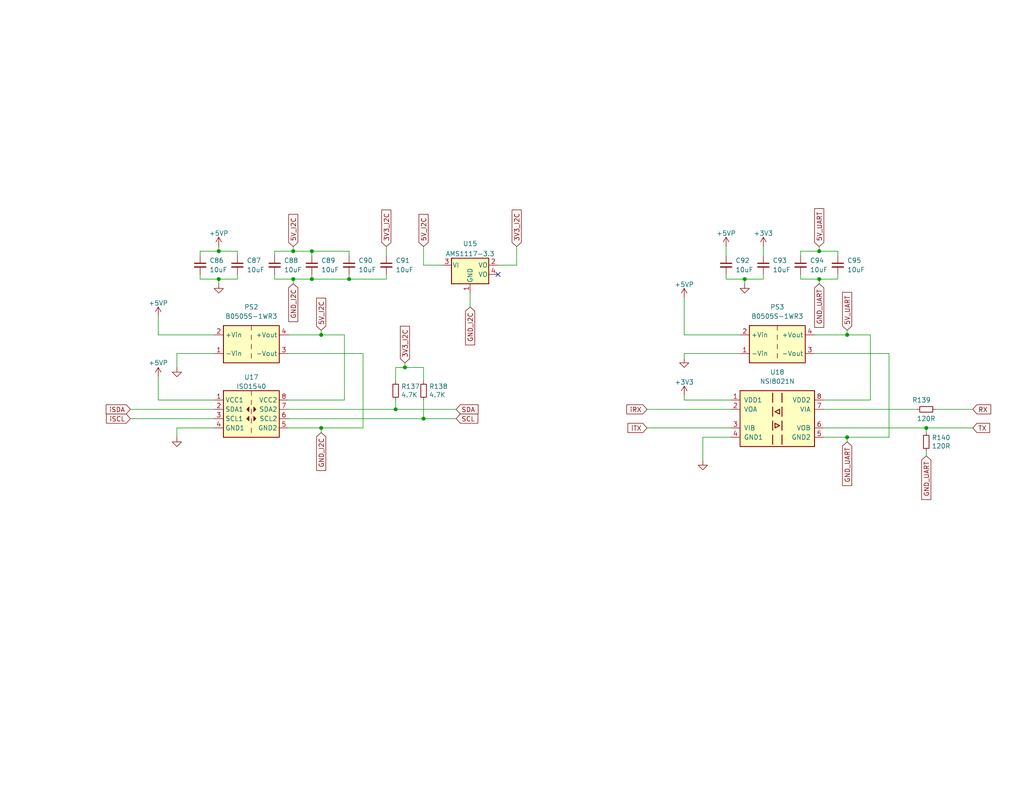
<source format=kicad_sch>
(kicad_sch (version 20230121) (generator eeschema)
  (paper "USLetter")
  (title_block (title "IO Board") (date "2022-09-13") (rev "0.3.2") (company "Langhe"))
  (lib_symbols
    (symbol "Converter_DCDC:MEE1S0303SC"
      (property "Reference" "PS" (at -7.62 6.35 0))
      (property "Value" "MEE1S0303SC" (at 1.27 6.35 0))
      (symbol "MEE1S0303SC_0_0"
        (pin power_in line (at -10.16 -2.54 0) (length 2.54) (name "-Vin") (number "1"))
        (pin power_in line (at -10.16 2.54 0) (length 2.54) (name "+Vin") (number "2"))
        (pin power_out line (at 10.16 -2.54 180) (length 2.54) (name "-Vout") (number "3"))
        (pin power_out line (at 10.16 2.54 180) (length 2.54) (name "+Vout") (number "4"))
      )
      (symbol "MEE1S0303SC_0_1"
        (rectangle (start -7.62 5.08) (end 7.62 -5.08) (stroke (width 0.254)) (fill (type background)))
        (polyline (pts (xy 0 -2.54) (xy 0 -3.81)))
        (polyline (pts (xy 0 0) (xy 0 -1.27)))
        (polyline (pts (xy 0 2.54) (xy 0 1.27)))
        (polyline (pts (xy 0 5.08) (xy 0 3.81)))
      )
    )
    (symbol "Device:C_Small" (pin_numbers hide) (pin_names (offset 0.254) hide)
      (property "Reference" "C" (at 0.254 1.778 0))
      (property "Value" "C_Small" (at 0.254 -2.032 0))
      (symbol "C_Small_0_1"
        (polyline (pts (xy -1.524 -0.508) (xy 1.524 -0.508)) (stroke (width 0.3302)))
        (polyline (pts (xy -1.524 0.508) (xy 1.524 0.508)) (stroke (width 0.3048)))
      )
      (symbol "C_Small_1_1"
        (pin passive line (at 0 2.54 270) (length 2.032) (name "~") (number "1"))
        (pin passive line (at 0 -2.54 90) (length 2.032) (name "~") (number "2"))
      )
    )
    (symbol "Device:R_Small" (pin_numbers hide) (pin_names (offset 0.254) hide)
      (property "Reference" "R" (at 0.762 0.508 0))
      (property "Value" "R_Small" (at 0.762 -1.016 0))
      (symbol "R_Small_0_1"
        (rectangle (start -0.762 1.778) (end 0.762 -1.778) (stroke (width 0.2032)))
      )
      (symbol "R_Small_1_1"
        (pin passive line (at 0 2.54 270) (length 0.762) (name "~") (number "1"))
        (pin passive line (at 0 -2.54 90) (length 0.762) (name "~") (number "2"))
      )
    )
    (symbol "JLCPCB:AMS1117" (pin_names (offset 0.254))
      (property "Reference" "U" (at -3.81 3.175 0))
      (property "Value" "AMS1117" (at 0 3.175 0))
      (symbol "AMS1117_0_1"
        (rectangle (start -5.08 -5.08) (end 5.08 1.905) (stroke (width 0.254)) (fill (type background)))
      )
      (symbol "AMS1117_1_1"
        (pin power_in line (at 0 -7.62 90) (length 2.54) (name "GND") (number "1"))
        (pin power_out line (at 7.62 0 180) (length 2.54) (name "VO") (number "2"))
        (pin power_in line (at -7.62 0 0) (length 2.54) (name "VI") (number "3"))
        (pin power_out line (at 7.62 -2.54 180) (length 2.54) (name "VO") (number "4"))
      )
    )
    (symbol "JLCPCB:Novosense_NSI8021N1-DSPR" (pin_names (offset 1.016))
      (property "Reference" "U" (at -10.16 8.89 0))
      (property "Value" "Novosense_NSI8021N1-DSPR" (at -2.032 8.89 0))
      (symbol "Novosense_NSI8021N1-DSPR_0_1"
        (rectangle (start -10.16 7.62) (end 10.16 -7.62) (stroke (width 0.254)) (fill (type background)))
        (polyline (pts (xy -1.27 -4.445) (xy -1.27 -6.985)) (stroke (width 0.254)))
        (polyline (pts (xy -1.27 -0.635) (xy -1.27 -3.175)) (stroke (width 0.254)))
        (polyline (pts (xy -1.27 3.175) (xy -1.27 0.635)) (stroke (width 0.254)))
        (polyline (pts (xy -1.27 6.985) (xy -1.27 4.445)) (stroke (width 0.254)))
        (polyline (pts (xy 1.27 -4.445) (xy 1.27 -6.985)) (stroke (width 0.254)))
        (polyline (pts (xy 1.27 -0.635) (xy 1.27 -3.175)) (stroke (width 0.254)))
        (polyline (pts (xy 1.27 3.175) (xy 1.27 0.635)) (stroke (width 0.254)))
        (polyline (pts (xy 1.27 6.985) (xy 1.27 4.445)) (stroke (width 0.254)))
        (polyline (pts (xy -0.635 -1.27) (xy -0.635 -2.54) (xy 0.635 -1.905) (xy -0.635 -1.27)) (stroke (width 0.254)))
        (polyline (pts (xy 0.635 2.54) (xy 0.635 1.27) (xy -0.635 1.905) (xy 0.635 2.54)) (stroke (width 0.254)))
      )
      (symbol "Novosense_NSI8021N1-DSPR_1_1"
        (pin power_in line (at -12.7 5.08 0) (length 2.54) (name "VDD1") (number "1"))
        (pin output line (at -12.7 2.54 0) (length 2.54) (name "VOA") (number "2"))
        (pin input line (at -12.7 -2.54 0) (length 2.54) (name "VIB") (number "3"))
        (pin power_in line (at -12.7 -5.08 0) (length 2.54) (name "GND1") (number "4"))
        (pin power_in line (at 12.7 -5.08 180) (length 2.54) (name "GND2") (number "5"))
        (pin output line (at 12.7 -2.54 180) (length 2.54) (name "VOB") (number "6"))
        (pin input line (at 12.7 2.54 180) (length 2.54) (name "VIA") (number "7"))
        (pin power_in line (at 12.7 5.08 180) (length 2.54) (name "VDD2") (number "8"))
      )
    )
    (symbol "JLCPCB:Taxas_ISO1540DR"
      (property "Reference" "U" (at -6.35 6.35 0))
      (property "Value" "Taxas_ISO1540DR" (at 3.81 6.35 0))
      (symbol "Taxas_ISO1540DR_0_1"
        (rectangle (start -7.62 5.08) (end 7.62 -7.62) (stroke (width 0.254)) (fill (type background)))
        (rectangle (start 0 -5.08) (end 0 -6.35))
        (polyline (pts (xy 0 -2.54) (xy 0 -3.81)))
        (polyline (pts (xy 0 0) (xy 0 -1.27)))
        (polyline (pts (xy 0 2.54) (xy 0 1.27)))
        (polyline (pts (xy 0 5.08) (xy 0 3.81)))
        (polyline (pts (xy -0.635 0.635) (xy -1.27 0) (xy -0.635 -0.635) (xy -0.635 0.635)) (fill (type outline)))
        (polyline (pts (xy 0.635 -1.905) (xy 1.27 -2.54) (xy 0.635 -3.175) (xy 0.635 -1.905)) (fill (type outline)))
        (polyline (pts (xy 0.635 0.635) (xy 1.27 0) (xy 0.635 -0.635) (xy 0.635 0.635)) (fill (type outline)))
      )
      (symbol "Taxas_ISO1540DR_1_1"
        (polyline (pts (xy -0.635 -1.905) (xy -1.27 -2.54) (xy -0.635 -3.175) (xy -0.635 -1.905)) (fill (type outline)))
        (pin power_in line (at -10.16 2.54 0) (length 2.54) (name "VCC1") (number "1"))
        (pin bidirectional line (at -10.16 0 0) (length 2.54) (name "SDA1") (number "2"))
        (pin bidirectional line (at -10.16 -2.54 0) (length 2.54) (name "SCL1") (number "3"))
        (pin power_in line (at -10.16 -5.08 0) (length 2.54) (name "GND1") (number "4"))
        (pin power_in line (at 10.16 -5.08 180) (length 2.54) (name "GND2") (number "5"))
        (pin bidirectional line (at 10.16 -2.54 180) (length 2.54) (name "SCL2") (number "6"))
        (pin bidirectional line (at 10.16 0 180) (length 2.54) (name "SDA2") (number "7"))
        (pin power_in line (at 10.16 2.54 180) (length 2.54) (name "VCC2") (number "8"))
      )
    )
    (symbol "Power_BCR:SIGGND" (power) (pin_names (offset 0))
      (symbol "SIGGND_0_1"
        (polyline (pts (xy 0 0) (xy 0 -1.27) (xy 1.27 -1.27) (xy 0 -2.54) (xy -1.27 -1.27) (xy 0 -1.27)))
      )
      (symbol "SIGGND_1_1"
        (pin power_in line (at 0 0 270) (length 0) hide (name "GND-SIG") (number "1"))
      )
    )
    (symbol "power:+3V3" (power) (pin_names (offset 0))
      (property "Value" "+3V3" (at 0 3.556 0))
      (symbol "+3V3_0_1"
        (polyline (pts (xy -0.762 1.27) (xy 0 2.54)))
        (polyline (pts (xy 0 0) (xy 0 2.54)))
        (polyline (pts (xy 0 2.54) (xy 0.762 1.27)))
      )
      (symbol "+3V3_1_1"
        (pin power_in line (at 0 0 90) (length 0) hide (name "+3V3") (number "1"))
      )
    )
    (symbol "power:+5VP" (power) (pin_names (offset 0))
      (property "Value" "+5VP" (at 0 3.556 0))
      (symbol "+5VP_0_1"
        (polyline (pts (xy -0.762 1.27) (xy 0 2.54)))
        (polyline (pts (xy 0 0) (xy 0 2.54)))
        (polyline (pts (xy 0 2.54) (xy 0.762 1.27)))
      )
      (symbol "+5VP_1_1"
        (pin power_in line (at 0 0 90) (length 0) hide (name "+5VP") (number "1"))
      )
    )
  )
  (junction (at 59.69 68.58))
  (junction (at 87.63 116.84))
  (junction (at 107.95 111.76))
  (junction (at 223.52 76.2))
  (junction (at 59.69 76.2))
  (junction (at 95.25 76.2))
  (junction (at 80.01 76.2))
  (junction (at 223.52 68.58))
  (junction (at 80.01 68.58))
  (junction (at 110.49 100.33))
  (junction (at 203.2 76.2))
  (junction (at 231.14 91.44))
  (junction (at 252.73 116.84))
  (junction (at 87.63 91.44))
  (junction (at 85.09 76.2))
  (junction (at 115.57 114.3))
  (junction (at 231.14 119.38))
  (junction (at 85.09 68.58))
  (no_connect (at 135.89 74.93))
  (wire (pts (xy 54.61 68.58) (xy 59.69 68.58)))
  (wire (pts (xy 85.09 68.58) (xy 95.25 68.58)))
  (wire (pts (xy 186.69 91.44) (xy 201.93 91.44)))
  (wire (pts (xy 222.25 91.44) (xy 231.14 91.44)))
  (wire (pts (xy 223.52 68.58) (xy 218.44 68.58)))
  (wire (pts (xy 223.52 76.2) (xy 228.6 76.2)))
  (wire (pts (xy 48.26 96.52) (xy 48.26 100.33)))
  (wire (pts (xy 80.01 76.2) (xy 80.01 77.47)))
  (wire (pts (xy 87.63 90.17) (xy 87.63 91.44)))
  (wire (pts (xy 198.12 67.31) (xy 198.12 69.85)))
  (wire (pts (xy 64.77 74.93) (xy 64.77 76.2)))
  (wire (pts (xy 59.69 76.2) (xy 54.61 76.2)))
  (wire (pts (xy 87.63 91.44) (xy 93.98 91.44)))
  (wire (pts (xy 199.39 119.38) (xy 191.77 119.38)))
  (wire (pts (xy 120.65 72.39) (xy 115.57 72.39)))
  (wire (pts (xy 110.49 100.33) (xy 115.57 100.33)))
  (wire (pts (xy 252.73 123.19) (xy 252.73 124.46)))
  (wire (pts (xy 140.97 72.39) (xy 135.89 72.39)))
  (wire (pts (xy 74.93 68.58) (xy 74.93 69.85)))
  (wire (pts (xy 115.57 109.22) (xy 115.57 114.3)))
  (wire (pts (xy 107.95 111.76) (xy 107.95 109.22)))
  (wire (pts (xy 87.63 116.84) (xy 87.63 118.11)))
  (wire (pts (xy 107.95 104.14) (xy 107.95 100.33)))
  (wire (pts (xy 85.09 69.85) (xy 85.09 68.58)))
  (wire (pts (xy 203.2 76.2) (xy 203.2 77.47)))
  (wire (pts (xy 74.93 76.2) (xy 80.01 76.2)))
  (wire (pts (xy 93.98 91.44) (xy 93.98 109.22)))
  (wire (pts (xy 78.74 114.3) (xy 115.57 114.3)))
  (wire (pts (xy 255.27 111.76) (xy 265.43 111.76)))
  (wire (pts (xy 43.18 91.44) (xy 58.42 91.44)))
  (wire (pts (xy 224.79 116.84) (xy 252.73 116.84)))
  (wire (pts (xy 110.49 99.06) (xy 110.49 100.33)))
  (wire (pts (xy 107.95 100.33) (xy 110.49 100.33)))
  (wire (pts (xy 105.41 74.93) (xy 105.41 76.2)))
  (wire (pts (xy 87.63 116.84) (xy 99.06 116.84)))
  (wire (pts (xy 48.26 116.84) (xy 48.26 119.38)))
  (wire (pts (xy 208.28 76.2) (xy 203.2 76.2)))
  (wire (pts (xy 59.69 67.31) (xy 59.69 68.58)))
  (wire (pts (xy 208.28 74.93) (xy 208.28 76.2)))
  (wire (pts (xy 224.79 109.22) (xy 237.49 109.22)))
  (wire (pts (xy 140.97 67.31) (xy 140.97 72.39)))
  (wire (pts (xy 64.77 68.58) (xy 64.77 69.85)))
  (wire (pts (xy 252.73 116.84) (xy 265.43 116.84)))
  (wire (pts (xy 48.26 116.84) (xy 58.42 116.84)))
  (wire (pts (xy 191.77 119.38) (xy 191.77 125.73)))
  (wire (pts (xy 80.01 76.2) (xy 85.09 76.2)))
  (wire (pts (xy 64.77 76.2) (xy 59.69 76.2)))
  (wire (pts (xy 95.25 76.2) (xy 95.25 74.93)))
  (wire (pts (xy 80.01 68.58) (xy 74.93 68.58)))
  (wire (pts (xy 105.41 67.31) (xy 105.41 69.85)))
  (wire (pts (xy 43.18 102.87) (xy 43.18 109.22)))
  (wire (pts (xy 208.28 67.31) (xy 208.28 69.85)))
  (wire (pts (xy 59.69 76.2) (xy 59.69 77.47)))
  (wire (pts (xy 85.09 68.58) (xy 80.01 68.58)))
  (wire (pts (xy 115.57 114.3) (xy 124.46 114.3)))
  (wire (pts (xy 252.73 116.84) (xy 252.73 118.11)))
  (wire (pts (xy 59.69 68.58) (xy 64.77 68.58)))
  (wire (pts (xy 58.42 109.22) (xy 43.18 109.22)))
  (wire (pts (xy 237.49 91.44) (xy 237.49 109.22)))
  (wire (pts (xy 186.69 107.95) (xy 186.69 109.22)))
  (wire (pts (xy 99.06 116.84) (xy 99.06 96.52)))
  (wire (pts (xy 231.14 91.44) (xy 237.49 91.44)))
  (wire (pts (xy 186.69 96.52) (xy 201.93 96.52)))
  (wire (pts (xy 176.53 116.84) (xy 199.39 116.84)))
  (wire (pts (xy 43.18 86.36) (xy 43.18 91.44)))
  (wire (pts (xy 95.25 68.58) (xy 95.25 69.85)))
  (wire (pts (xy 223.52 76.2) (xy 223.52 77.47)))
  (wire (pts (xy 218.44 76.2) (xy 223.52 76.2)))
  (wire (pts (xy 176.53 111.76) (xy 199.39 111.76)))
  (wire (pts (xy 242.57 96.52) (xy 222.25 96.52)))
  (wire (pts (xy 223.52 67.31) (xy 223.52 68.58)))
  (wire (pts (xy 231.14 90.17) (xy 231.14 91.44)))
  (wire (pts (xy 78.74 109.22) (xy 93.98 109.22)))
  (wire (pts (xy 115.57 100.33) (xy 115.57 104.14)))
  (wire (pts (xy 99.06 96.52) (xy 78.74 96.52)))
  (wire (pts (xy 198.12 76.2) (xy 198.12 74.93)))
  (wire (pts (xy 231.14 119.38) (xy 242.57 119.38)))
  (wire (pts (xy 107.95 111.76) (xy 124.46 111.76)))
  (wire (pts (xy 199.39 109.22) (xy 186.69 109.22)))
  (wire (pts (xy 78.74 91.44) (xy 87.63 91.44)))
  (wire (pts (xy 115.57 72.39) (xy 115.57 67.31)))
  (wire (pts (xy 54.61 76.2) (xy 54.61 74.93)))
  (wire (pts (xy 74.93 74.93) (xy 74.93 76.2)))
  (wire (pts (xy 228.6 76.2) (xy 228.6 74.93)))
  (wire (pts (xy 224.79 119.38) (xy 231.14 119.38)))
  (wire (pts (xy 95.25 76.2) (xy 105.41 76.2)))
  (wire (pts (xy 35.56 111.76) (xy 58.42 111.76)))
  (wire (pts (xy 203.2 76.2) (xy 198.12 76.2)))
  (wire (pts (xy 231.14 119.38) (xy 231.14 120.65)))
  (wire (pts (xy 54.61 69.85) (xy 54.61 68.58)))
  (wire (pts (xy 228.6 69.85) (xy 228.6 68.58)))
  (wire (pts (xy 80.01 67.31) (xy 80.01 68.58)))
  (wire (pts (xy 78.74 111.76) (xy 107.95 111.76)))
  (wire (pts (xy 228.6 68.58) (xy 223.52 68.58)))
  (wire (pts (xy 186.69 81.28) (xy 186.69 91.44)))
  (wire (pts (xy 186.69 96.52) (xy 186.69 97.79)))
  (wire (pts (xy 218.44 74.93) (xy 218.44 76.2)))
  (wire (pts (xy 128.27 80.01) (xy 128.27 83.82)))
  (wire (pts (xy 35.56 114.3) (xy 58.42 114.3)))
  (wire (pts (xy 242.57 119.38) (xy 242.57 96.52)))
  (wire (pts (xy 85.09 76.2) (xy 95.25 76.2)))
  (wire (pts (xy 58.42 96.52) (xy 48.26 96.52)))
  (wire (pts (xy 78.74 116.84) (xy 87.63 116.84)))
  (wire (pts (xy 224.79 111.76) (xy 250.19 111.76)))
  (wire (pts (xy 218.44 68.58) (xy 218.44 69.85)))
  (wire (pts (xy 85.09 76.2) (xy 85.09 74.93)))
  (global_label "iRX" (shape input) (at 176.53 111.76 180) (property "Intersheetrefs" "${INTERSHEET_REFS}" (effects hide)))
  (global_label "iSDA" (shape input) (at 35.56 111.76 180) (property "Intersheetrefs" "${INTERSHEET_REFS}" (effects hide)))
  (global_label "SCL" (shape input) (at 124.46 114.3 0) (property "Intersheetrefs" "${INTERSHEET_REFS}" (effects hide)))
  (global_label "5V_I2C" (shape input) (at 115.57 67.31 90) (property "Intersheetrefs" "${INTERSHEET_REFS}" (effects hide)))
  (global_label "iSCL" (shape input) (at 35.56 114.3 180) (property "Intersheetrefs" "${INTERSHEET_REFS}" (effects hide)))
  (global_label "GND_UART" (shape input) (at 223.52 77.47 270) (property "Intersheetrefs" "${INTERSHEET_REFS}" (effects hide)))
  (global_label "3V3_I2C" (shape input) (at 105.41 67.31 90) (property "Intersheetrefs" "${INTERSHEET_REFS}" (effects hide)))
  (global_label "TX" (shape input) (at 265.43 116.84 0) (property "Intersheetrefs" "${INTERSHEET_REFS}" (effects hide)))
  (global_label "iTX" (shape input) (at 176.53 116.84 180) (property "Intersheetrefs" "${INTERSHEET_REFS}" (effects hide)))
  (global_label "GND_I2C" (shape input) (at 80.01 77.47 270) (property "Intersheetrefs" "${INTERSHEET_REFS}" (effects hide)))
  (global_label "5V_UART" (shape input) (at 231.14 90.17 90) (property "Intersheetrefs" "${INTERSHEET_REFS}" (effects hide)))
  (global_label "GND_I2C" (shape input) (at 128.27 83.82 270) (property "Intersheetrefs" "${INTERSHEET_REFS}" (effects hide)))
  (global_label "RX" (shape input) (at 265.43 111.76 0) (property "Intersheetrefs" "${INTERSHEET_REFS}" (effects hide)))
  (global_label "GND_UART" (shape input) (at 252.73 124.46 270) (property "Intersheetrefs" "${INTERSHEET_REFS}" (effects hide)))
  (global_label "3V3_I2C" (shape input) (at 140.97 67.31 90) (property "Intersheetrefs" "${INTERSHEET_REFS}" (effects hide)))
  (global_label "GND_I2C" (shape input) (at 87.63 118.11 270) (property "Intersheetrefs" "${INTERSHEET_REFS}" (effects hide)))
  (global_label "5V_I2C" (shape input) (at 80.01 67.31 90) (property "Intersheetrefs" "${INTERSHEET_REFS}" (effects hide)))
  (global_label "SDA" (shape input) (at 124.46 111.76 0) (property "Intersheetrefs" "${INTERSHEET_REFS}" (effects hide)))
  (global_label "5V_UART" (shape input) (at 223.52 67.31 90) (property "Intersheetrefs" "${INTERSHEET_REFS}" (effects hide)))
  (global_label "5V_I2C" (shape input) (at 87.63 90.17 90) (property "Intersheetrefs" "${INTERSHEET_REFS}" (effects hide)))
  (global_label "GND_UART" (shape input) (at 231.14 120.65 270) (property "Intersheetrefs" "${INTERSHEET_REFS}" (effects hide)))
  (global_label "3V3_I2C" (shape input) (at 110.49 99.06 90) (property "Intersheetrefs" "${INTERSHEET_REFS}" (effects hide)))
  (symbol (lib_id "Device:R_Small") (at 252.73 120.65 0) (unit 1)
    (property "Reference" "R140" (at 254.2286 119.4816 0) (effects (justify left)))
    (property "Value" "120R" (at 254.2286 121.793 0) (effects (justify left)))
    (property "Footprint" "Resistor_SMD:R_0805_2012Metric" (effects hide))
    (property "Datasheet" "https://datasheet.lcsc.com/lcsc/2110251730_UNI-ROYAL-Uniroyal-Elec-0805W8F1200T5E_C17437.pdf" (effects hide))
    (property "LCSC" "C17437" (effects hide))
  )
  (symbol (lib_id "JLCPCB:Taxas_ISO1540DR") (at 68.58 111.76 0) (unit 1)
    (property "Reference" "U17" (at 68.58 102.9802 0))
    (property "Value" "ISO1540" (at 68.58 105.5171 0))
    (property "Footprint" "JLCPCB:SOIC-8_5.4mm_1.27mm" (effects hide))
    (property "Datasheet" "https://datasheet.lcsc.com/lcsc/1811082013_Texas-Instruments-ISO1540DR_C179739.pdf" (effects hide))
    (property "LCSC" "C179739" (effects hide))
    (property "Manufacturer" "Texas Instruments" (effects hide))
    (property "Part Number" "ISO1540DR" (effects hide))
  )
  (symbol (lib_id "power:+5VP") (at 186.69 81.28 0) (unit 1)
    (property "Reference" "#PWR0174" (effects hide))
    (property "Value" "+5VP" (at 186.69 77.6755 0))
  )
  (symbol (lib_id "power:+5VP") (at 43.18 102.87 0) (unit 1)
    (property "Reference" "#PWR031" (effects hide))
    (property "Value" "+5VP" (at 43.18 99.06 0))
  )
  (symbol (lib_id "power:+5VP") (at 59.69 67.31 0) (unit 1)
    (property "Reference" "#PWR0168" (effects hide))
    (property "Value" "+5VP" (at 59.69 63.7055 0))
  )
  (symbol (lib_id "Converter_DCDC:MEE1S0303SC") (at 68.58 93.98 0) (unit 1)
    (property "Reference" "PS2" (at 68.58 83.82 0))
    (property "Value" "B0505S-1WR3" (at 68.58 86.36 0))
    (property "Footprint" "Converter_DCDC:Converter_DCDC_Murata_MEE1SxxxxSC_THT" (effects hide))
    (property "Datasheet" "https://datasheet.lcsc.com/lcsc/1811151639_MORNSUN-Guangzhou-S--T-B0505S-1WR3_C131038.pdf" (effects hide))
    (property "LCSC" "C131038" (effects hide))
    (property "Manufacturer" "Mornsun" (effects hide))
    (property "Part Number" "B0505S-1WR3" (effects hide))
  )
  (symbol (lib_id "Device:C_Small") (at 218.44 72.39 0) (unit 1)
    (property "Reference" "C94" (at 220.98 71.1262 0) (effects (justify left)))
    (property "Value" "10uF" (at 220.98 73.6662 0) (effects (justify left)))
    (property "Footprint" "Capacitor_SMD:C_0805_2012Metric" (effects hide))
    (property "Datasheet" "https://datasheet.lcsc.com/lcsc/2004251506_Murata-Electronics-GRM21BR61H106KE43L_C440198.pdf" (effects hide))
    (property "LCSC" "C440198" (effects hide))
  )
  (symbol (lib_id "Power_BCR:SIGGND") (at 59.69 77.47 0) (unit 1)
    (property "Reference" "#PWR0137" (effects hide))
    (property "Value" "SIGGND" (effects hide))
  )
  (symbol (lib_id "Device:C_Small") (at 105.41 72.39 0) (unit 1)
    (property "Reference" "C91" (at 107.95 71.1262 0) (effects (justify left)))
    (property "Value" "10uF" (at 107.95 73.6662 0) (effects (justify left)))
    (property "Footprint" "Capacitor_SMD:C_0805_2012Metric" (effects hide))
    (property "Datasheet" "https://datasheet.lcsc.com/lcsc/2004251506_Murata-Electronics-GRM21BR61H106KE43L_C440198.pdf" (effects hide))
    (property "LCSC" "C440198" (effects hide))
  )
  (symbol (lib_id "Power_BCR:SIGGND") (at 191.77 125.73 0) (unit 1)
    (property "Reference" "#PWR0135" (effects hide))
    (property "Value" "SIGGND" (effects hide))
  )
  (symbol (lib_id "Converter_DCDC:MEE1S0303SC") (at 212.09 93.98 0) (unit 1)
    (property "Reference" "PS3" (at 212.09 83.82 0))
    (property "Value" "B0505S-1WR3" (at 212.09 86.36 0))
    (property "Footprint" "Converter_DCDC:Converter_DCDC_Murata_MEE1SxxxxSC_THT" (effects hide))
    (property "Datasheet" "https://datasheet.lcsc.com/lcsc/1811151639_MORNSUN-Guangzhou-S--T-B0505S-1WR3_C131038.pdf" (effects hide))
    (property "LCSC" "C131038" (effects hide))
    (property "Manufacturer" "Mornsun" (effects hide))
    (property "Part Number" "B0505S-1WR3" (effects hide))
  )
  (symbol (lib_id "Power_BCR:SIGGND") (at 48.26 100.33 0) (unit 1)
    (property "Reference" "#PWR0136" (effects hide))
    (property "Value" "SIGGND" (effects hide))
  )
  (symbol (lib_id "Power_BCR:SIGGND") (at 48.26 119.38 0) (unit 1)
    (property "Reference" "#PWR0138" (effects hide))
    (property "Value" "SIGGND" (effects hide))
  )
  (symbol (lib_id "JLCPCB:Novosense_NSI8021N1-DSPR") (at 212.09 114.3 0) (unit 1)
    (property "Reference" "U18" (at 212.09 101.6 0))
    (property "Value" "NSI8021N" (at 212.09 104.14 0))
    (property "Footprint" "JLCPCB:SOIC-8_5.4mm_1.27mm" (effects hide))
    (property "Datasheet" "https://datasheet.lcsc.com/lcsc/2012231310_NOVOSENSE-NSI8021N1-DSPR_C917451.pdf" (effects hide))
    (property "LCSC" "C917451" (effects hide))
    (property "Manufacturer" "Novosense" (effects hide))
    (property "Part Number" "NSI8021N-DSPR" (effects hide))
  )
  (symbol (lib_id "JLCPCB:AMS1117") (at 128.27 72.39 0) (unit 1)
    (property "Reference" "U15" (at 128.27 66.5185 0))
    (property "Value" "AMS1117-3.3" (at 128.27 69.2936 0))
    (property "Footprint" "JLCPCB:SOT-223-3" (effects hide))
    (property "Datasheet" "http://www.diodes.com/datasheets/AP1117.pdf" (effects hide))
    (property "LCSC" "C6186" (effects hide))
    (property "Manufacturer" "Advanced" (effects hide))
    (property "Part Number" "AMS1117-3.3" (effects hide))
  )
  (symbol (lib_id "Device:C_Small") (at 228.6 72.39 0) (unit 1)
    (property "Reference" "C95" (at 231.14 71.1262 0) (effects (justify left)))
    (property "Value" "10uF" (at 231.14 73.6662 0) (effects (justify left)))
    (property "Footprint" "Capacitor_SMD:C_0805_2012Metric" (effects hide))
    (property "Datasheet" "https://datasheet.lcsc.com/lcsc/2004251506_Murata-Electronics-GRM21BR61H106KE43L_C440198.pdf" (effects hide))
    (property "LCSC" "C440198" (effects hide))
  )
  (symbol (lib_id "Device:C_Small") (at 85.09 72.39 0) (unit 1)
    (property "Reference" "C89" (at 87.63 71.1262 0) (effects (justify left)))
    (property "Value" "10uF" (at 87.63 73.6662 0) (effects (justify left)))
    (property "Footprint" "Capacitor_SMD:C_0805_2012Metric" (effects hide))
    (property "Datasheet" "https://datasheet.lcsc.com/lcsc/2004251506_Murata-Electronics-GRM21BR61H106KE43L_C440198.pdf" (effects hide))
    (property "LCSC" "C440198" (effects hide))
  )
  (symbol (lib_id "power:+3V3") (at 208.28 67.31 0) (unit 1)
    (property "Reference" "#PWR0170" (effects hide))
    (property "Value" "+3V3" (at 208.28 63.7055 0))
  )
  (symbol (lib_id "Device:C_Small") (at 54.61 72.39 0) (unit 1)
    (property "Reference" "C86" (at 57.15 71.1262 0) (effects (justify left)))
    (property "Value" "10uF" (at 57.15 73.6662 0) (effects (justify left)))
    (property "Footprint" "Capacitor_SMD:C_0805_2012Metric" (effects hide))
    (property "Datasheet" "https://datasheet.lcsc.com/lcsc/2004251506_Murata-Electronics-GRM21BR61H106KE43L_C440198.pdf" (effects hide))
    (property "LCSC" "C440198" (effects hide))
  )
  (symbol (lib_id "Power_BCR:SIGGND") (at 186.69 97.79 0) (unit 1)
    (property "Reference" "#PWR0134" (effects hide))
    (property "Value" "SIGGND" (effects hide))
  )
  (symbol (lib_id "Device:R_Small") (at 107.95 106.68 0) (unit 1)
    (property "Reference" "R137" (at 109.4486 105.5116 0) (effects (justify left)))
    (property "Value" "4.7K" (at 109.4486 107.823 0) (effects (justify left)))
    (property "Footprint" "Resistor_SMD:R_0805_2012Metric" (effects hide))
    (property "Datasheet" "https://datasheet.lcsc.com/lcsc/2110251830_UNI-ROYAL-Uniroyal-Elec-0805W8F4701T5E_C17673.pdf" (effects hide))
    (property "LCSC" "C17673" (effects hide))
  )
  (symbol (lib_id "Device:C_Small") (at 208.28 72.39 0) (unit 1)
    (property "Reference" "C93" (at 210.82 71.1262 0) (effects (justify left)))
    (property "Value" "10uF" (at 210.82 73.6662 0) (effects (justify left)))
    (property "Footprint" "Capacitor_SMD:C_0805_2012Metric" (effects hide))
    (property "Datasheet" "https://datasheet.lcsc.com/lcsc/2004251506_Murata-Electronics-GRM21BR61H106KE43L_C440198.pdf" (effects hide))
    (property "LCSC" "C440198" (effects hide))
  )
  (symbol (lib_id "Device:C_Small") (at 198.12 72.39 0) (unit 1)
    (property "Reference" "C92" (at 200.66 71.1262 0) (effects (justify left)))
    (property "Value" "10uF" (at 200.66 73.6662 0) (effects (justify left)))
    (property "Footprint" "Capacitor_SMD:C_0805_2012Metric" (effects hide))
    (property "Datasheet" "https://datasheet.lcsc.com/lcsc/2004251506_Murata-Electronics-GRM21BR61H106KE43L_C440198.pdf" (effects hide))
    (property "LCSC" "C440198" (effects hide))
  )
  (symbol (lib_id "Device:C_Small") (at 95.25 72.39 0) (unit 1)
    (property "Reference" "C90" (at 97.79 71.1262 0) (effects (justify left)))
    (property "Value" "10uF" (at 97.79 73.6662 0) (effects (justify left)))
    (property "Footprint" "Capacitor_SMD:C_0805_2012Metric" (effects hide))
    (property "Datasheet" "https://datasheet.lcsc.com/lcsc/2004251506_Murata-Electronics-GRM21BR61H106KE43L_C440198.pdf" (effects hide))
    (property "LCSC" "C440198" (effects hide))
  )
  (symbol (lib_id "power:+3V3") (at 186.69 107.95 0) (unit 1)
    (property "Reference" "#PWR0176" (effects hide))
    (property "Value" "+3V3" (at 186.69 104.3455 0))
  )
  (symbol (lib_id "Device:R_Small") (at 252.73 111.76 90) (unit 1)
    (property "Reference" "R139" (at 254 109.22 90) (effects (justify left)))
    (property "Value" "120R" (at 255.27 114.3 90) (effects (justify left)))
    (property "Footprint" "Resistor_SMD:R_0805_2012Metric" (effects hide))
    (property "Datasheet" "https://datasheet.lcsc.com/lcsc/2110251730_UNI-ROYAL-Uniroyal-Elec-0805W8F1200T5E_C17437.pdf" (effects hide))
    (property "LCSC" "C17437" (effects hide))
  )
  (symbol (lib_id "power:+5VP") (at 198.12 67.31 0) (unit 1)
    (property "Reference" "#PWR0169" (effects hide))
    (property "Value" "+5VP" (at 198.12 63.7055 0))
  )
  (symbol (lib_id "Power_BCR:SIGGND") (at 203.2 77.47 0) (unit 1)
    (property "Reference" "#PWR0139" (effects hide))
    (property "Value" "SIGGND" (effects hide))
  )
  (symbol (lib_id "Device:C_Small") (at 74.93 72.39 0) (unit 1)
    (property "Reference" "C88" (at 77.47 71.1262 0) (effects (justify left)))
    (property "Value" "10uF" (at 77.47 73.6662 0) (effects (justify left)))
    (property "Footprint" "Capacitor_SMD:C_0805_2012Metric" (effects hide))
    (property "Datasheet" "https://datasheet.lcsc.com/lcsc/2004251506_Murata-Electronics-GRM21BR61H106KE43L_C440198.pdf" (effects hide))
    (property "LCSC" "C440198" (effects hide))
  )
  (symbol (lib_id "Device:C_Small") (at 64.77 72.39 0) (unit 1)
    (property "Reference" "C87" (at 67.31 71.1262 0) (effects (justify left)))
    (property "Value" "10uF" (at 67.31 73.6662 0) (effects (justify left)))
    (property "Footprint" "Capacitor_SMD:C_0805_2012Metric" (effects hide))
    (property "Datasheet" "https://datasheet.lcsc.com/lcsc/2004251506_Murata-Electronics-GRM21BR61H106KE43L_C440198.pdf" (effects hide))
    (property "LCSC" "C440198" (effects hide))
  )
  (symbol (lib_id "Device:R_Small") (at 115.57 106.68 0) (unit 1)
    (property "Reference" "R138" (at 117.0686 105.5116 0) (effects (justify left)))
    (property "Value" "4.7K" (at 117.0686 107.823 0) (effects (justify left)))
    (property "Footprint" "Resistor_SMD:R_0805_2012Metric" (effects hide))
    (property "Datasheet" "https://datasheet.lcsc.com/lcsc/2110251830_UNI-ROYAL-Uniroyal-Elec-0805W8F4701T5E_C17673.pdf" (effects hide))
    (property "LCSC" "C17673" (effects hide))
  )
  (symbol (lib_id "power:+5VP") (at 43.18 86.36 0) (unit 1)
    (property "Reference" "#PWR0173" (effects hide))
    (property "Value" "+5VP" (at 43.18 82.7555 0))
  )
)
</source>
